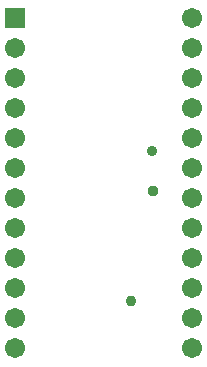
<source format=gbs>
*
%LPD*%
%LNMS 2x2D12 Adapter to DIL24_Rev1.0.GBS*%
%FSLAX24Y24*%
%MOIN*%
%AD*%
%ADD31C,0.06706*%
%ADD32C,0.06706*%
%ADD33R,0.06706X0.06706*%
%ADD34C,0.03674*%
%ADD35C,0.03458*%
%ADD36C,0.03753*%
G54D31*
%SRX1Y1I0.0J0.0*%
G1X5909Y3000D3*
G1X5909Y0D3*
G1X5909Y-5000D3*
G1X5909Y2000D3*
G1X5909Y1000D3*
G1X5909Y-4000D3*
G1X5909Y-6000D3*
G1X5909Y4000D3*
G1X5909Y5000D3*
G1X5909Y-2000D3*
G1X5909Y-3000D3*
G1X5909Y-1000D3*
G54D32*
G1X0Y-6000D3*
G1X0Y-5000D3*
G1X0Y-4000D3*
G1X0Y-3000D3*
G1X0Y-1000D3*
G1X0Y0D3*
G1X0Y1000D3*
G1X0Y2000D3*
G1X0Y3000D3*
G1X0Y4000D3*
G1X0Y-2000D3*
G54D33*
G1X0Y5000D3*
G54D34*
G1X3877Y-4431D3*
G54D35*
G1X4580Y580D3*
G54D36*
G1X4596Y-749D3*
M2*

</source>
